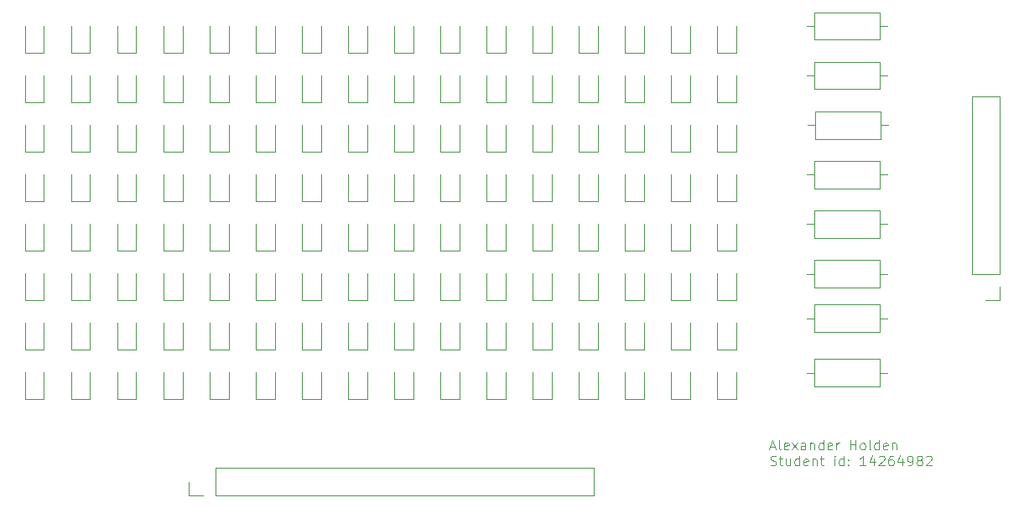
<source format=gbr>
%TF.GenerationSoftware,KiCad,Pcbnew,9.0.7-9.0.7~ubuntu24.04.1*%
%TF.CreationDate,2026-02-22T02:31:22+00:00*%
%TF.ProjectId,led-matrix,6c65642d-6d61-4747-9269-782e6b696361,rev?*%
%TF.SameCoordinates,Original*%
%TF.FileFunction,Legend,Top*%
%TF.FilePolarity,Positive*%
%FSLAX46Y46*%
G04 Gerber Fmt 4.6, Leading zero omitted, Abs format (unit mm)*
G04 Created by KiCad (PCBNEW 9.0.7-9.0.7~ubuntu24.04.1) date 2026-02-22 02:31:22*
%MOMM*%
%LPD*%
G01*
G04 APERTURE LIST*
%ADD10C,0.100000*%
%ADD11C,0.120000*%
G04 APERTURE END LIST*
D10*
X147756265Y-77476760D02*
X148232455Y-77476760D01*
X147661027Y-77762475D02*
X147994360Y-76762475D01*
X147994360Y-76762475D02*
X148327693Y-77762475D01*
X148803884Y-77762475D02*
X148708646Y-77714856D01*
X148708646Y-77714856D02*
X148661027Y-77619617D01*
X148661027Y-77619617D02*
X148661027Y-76762475D01*
X149565789Y-77714856D02*
X149470551Y-77762475D01*
X149470551Y-77762475D02*
X149280075Y-77762475D01*
X149280075Y-77762475D02*
X149184837Y-77714856D01*
X149184837Y-77714856D02*
X149137218Y-77619617D01*
X149137218Y-77619617D02*
X149137218Y-77238665D01*
X149137218Y-77238665D02*
X149184837Y-77143427D01*
X149184837Y-77143427D02*
X149280075Y-77095808D01*
X149280075Y-77095808D02*
X149470551Y-77095808D01*
X149470551Y-77095808D02*
X149565789Y-77143427D01*
X149565789Y-77143427D02*
X149613408Y-77238665D01*
X149613408Y-77238665D02*
X149613408Y-77333903D01*
X149613408Y-77333903D02*
X149137218Y-77429141D01*
X149946742Y-77762475D02*
X150470551Y-77095808D01*
X149946742Y-77095808D02*
X150470551Y-77762475D01*
X151280075Y-77762475D02*
X151280075Y-77238665D01*
X151280075Y-77238665D02*
X151232456Y-77143427D01*
X151232456Y-77143427D02*
X151137218Y-77095808D01*
X151137218Y-77095808D02*
X150946742Y-77095808D01*
X150946742Y-77095808D02*
X150851504Y-77143427D01*
X151280075Y-77714856D02*
X151184837Y-77762475D01*
X151184837Y-77762475D02*
X150946742Y-77762475D01*
X150946742Y-77762475D02*
X150851504Y-77714856D01*
X150851504Y-77714856D02*
X150803885Y-77619617D01*
X150803885Y-77619617D02*
X150803885Y-77524379D01*
X150803885Y-77524379D02*
X150851504Y-77429141D01*
X150851504Y-77429141D02*
X150946742Y-77381522D01*
X150946742Y-77381522D02*
X151184837Y-77381522D01*
X151184837Y-77381522D02*
X151280075Y-77333903D01*
X151756266Y-77095808D02*
X151756266Y-77762475D01*
X151756266Y-77191046D02*
X151803885Y-77143427D01*
X151803885Y-77143427D02*
X151899123Y-77095808D01*
X151899123Y-77095808D02*
X152041980Y-77095808D01*
X152041980Y-77095808D02*
X152137218Y-77143427D01*
X152137218Y-77143427D02*
X152184837Y-77238665D01*
X152184837Y-77238665D02*
X152184837Y-77762475D01*
X153089599Y-77762475D02*
X153089599Y-76762475D01*
X153089599Y-77714856D02*
X152994361Y-77762475D01*
X152994361Y-77762475D02*
X152803885Y-77762475D01*
X152803885Y-77762475D02*
X152708647Y-77714856D01*
X152708647Y-77714856D02*
X152661028Y-77667236D01*
X152661028Y-77667236D02*
X152613409Y-77571998D01*
X152613409Y-77571998D02*
X152613409Y-77286284D01*
X152613409Y-77286284D02*
X152661028Y-77191046D01*
X152661028Y-77191046D02*
X152708647Y-77143427D01*
X152708647Y-77143427D02*
X152803885Y-77095808D01*
X152803885Y-77095808D02*
X152994361Y-77095808D01*
X152994361Y-77095808D02*
X153089599Y-77143427D01*
X153946742Y-77714856D02*
X153851504Y-77762475D01*
X153851504Y-77762475D02*
X153661028Y-77762475D01*
X153661028Y-77762475D02*
X153565790Y-77714856D01*
X153565790Y-77714856D02*
X153518171Y-77619617D01*
X153518171Y-77619617D02*
X153518171Y-77238665D01*
X153518171Y-77238665D02*
X153565790Y-77143427D01*
X153565790Y-77143427D02*
X153661028Y-77095808D01*
X153661028Y-77095808D02*
X153851504Y-77095808D01*
X153851504Y-77095808D02*
X153946742Y-77143427D01*
X153946742Y-77143427D02*
X153994361Y-77238665D01*
X153994361Y-77238665D02*
X153994361Y-77333903D01*
X153994361Y-77333903D02*
X153518171Y-77429141D01*
X154422933Y-77762475D02*
X154422933Y-77095808D01*
X154422933Y-77286284D02*
X154470552Y-77191046D01*
X154470552Y-77191046D02*
X154518171Y-77143427D01*
X154518171Y-77143427D02*
X154613409Y-77095808D01*
X154613409Y-77095808D02*
X154708647Y-77095808D01*
X155803886Y-77762475D02*
X155803886Y-76762475D01*
X155803886Y-77238665D02*
X156375314Y-77238665D01*
X156375314Y-77762475D02*
X156375314Y-76762475D01*
X156994362Y-77762475D02*
X156899124Y-77714856D01*
X156899124Y-77714856D02*
X156851505Y-77667236D01*
X156851505Y-77667236D02*
X156803886Y-77571998D01*
X156803886Y-77571998D02*
X156803886Y-77286284D01*
X156803886Y-77286284D02*
X156851505Y-77191046D01*
X156851505Y-77191046D02*
X156899124Y-77143427D01*
X156899124Y-77143427D02*
X156994362Y-77095808D01*
X156994362Y-77095808D02*
X157137219Y-77095808D01*
X157137219Y-77095808D02*
X157232457Y-77143427D01*
X157232457Y-77143427D02*
X157280076Y-77191046D01*
X157280076Y-77191046D02*
X157327695Y-77286284D01*
X157327695Y-77286284D02*
X157327695Y-77571998D01*
X157327695Y-77571998D02*
X157280076Y-77667236D01*
X157280076Y-77667236D02*
X157232457Y-77714856D01*
X157232457Y-77714856D02*
X157137219Y-77762475D01*
X157137219Y-77762475D02*
X156994362Y-77762475D01*
X157899124Y-77762475D02*
X157803886Y-77714856D01*
X157803886Y-77714856D02*
X157756267Y-77619617D01*
X157756267Y-77619617D02*
X157756267Y-76762475D01*
X158708648Y-77762475D02*
X158708648Y-76762475D01*
X158708648Y-77714856D02*
X158613410Y-77762475D01*
X158613410Y-77762475D02*
X158422934Y-77762475D01*
X158422934Y-77762475D02*
X158327696Y-77714856D01*
X158327696Y-77714856D02*
X158280077Y-77667236D01*
X158280077Y-77667236D02*
X158232458Y-77571998D01*
X158232458Y-77571998D02*
X158232458Y-77286284D01*
X158232458Y-77286284D02*
X158280077Y-77191046D01*
X158280077Y-77191046D02*
X158327696Y-77143427D01*
X158327696Y-77143427D02*
X158422934Y-77095808D01*
X158422934Y-77095808D02*
X158613410Y-77095808D01*
X158613410Y-77095808D02*
X158708648Y-77143427D01*
X159565791Y-77714856D02*
X159470553Y-77762475D01*
X159470553Y-77762475D02*
X159280077Y-77762475D01*
X159280077Y-77762475D02*
X159184839Y-77714856D01*
X159184839Y-77714856D02*
X159137220Y-77619617D01*
X159137220Y-77619617D02*
X159137220Y-77238665D01*
X159137220Y-77238665D02*
X159184839Y-77143427D01*
X159184839Y-77143427D02*
X159280077Y-77095808D01*
X159280077Y-77095808D02*
X159470553Y-77095808D01*
X159470553Y-77095808D02*
X159565791Y-77143427D01*
X159565791Y-77143427D02*
X159613410Y-77238665D01*
X159613410Y-77238665D02*
X159613410Y-77333903D01*
X159613410Y-77333903D02*
X159137220Y-77429141D01*
X160041982Y-77095808D02*
X160041982Y-77762475D01*
X160041982Y-77191046D02*
X160089601Y-77143427D01*
X160089601Y-77143427D02*
X160184839Y-77095808D01*
X160184839Y-77095808D02*
X160327696Y-77095808D01*
X160327696Y-77095808D02*
X160422934Y-77143427D01*
X160422934Y-77143427D02*
X160470553Y-77238665D01*
X160470553Y-77238665D02*
X160470553Y-77762475D01*
X147756265Y-79324800D02*
X147899122Y-79372419D01*
X147899122Y-79372419D02*
X148137217Y-79372419D01*
X148137217Y-79372419D02*
X148232455Y-79324800D01*
X148232455Y-79324800D02*
X148280074Y-79277180D01*
X148280074Y-79277180D02*
X148327693Y-79181942D01*
X148327693Y-79181942D02*
X148327693Y-79086704D01*
X148327693Y-79086704D02*
X148280074Y-78991466D01*
X148280074Y-78991466D02*
X148232455Y-78943847D01*
X148232455Y-78943847D02*
X148137217Y-78896228D01*
X148137217Y-78896228D02*
X147946741Y-78848609D01*
X147946741Y-78848609D02*
X147851503Y-78800990D01*
X147851503Y-78800990D02*
X147803884Y-78753371D01*
X147803884Y-78753371D02*
X147756265Y-78658133D01*
X147756265Y-78658133D02*
X147756265Y-78562895D01*
X147756265Y-78562895D02*
X147803884Y-78467657D01*
X147803884Y-78467657D02*
X147851503Y-78420038D01*
X147851503Y-78420038D02*
X147946741Y-78372419D01*
X147946741Y-78372419D02*
X148184836Y-78372419D01*
X148184836Y-78372419D02*
X148327693Y-78420038D01*
X148613408Y-78705752D02*
X148994360Y-78705752D01*
X148756265Y-78372419D02*
X148756265Y-79229561D01*
X148756265Y-79229561D02*
X148803884Y-79324800D01*
X148803884Y-79324800D02*
X148899122Y-79372419D01*
X148899122Y-79372419D02*
X148994360Y-79372419D01*
X149756265Y-78705752D02*
X149756265Y-79372419D01*
X149327694Y-78705752D02*
X149327694Y-79229561D01*
X149327694Y-79229561D02*
X149375313Y-79324800D01*
X149375313Y-79324800D02*
X149470551Y-79372419D01*
X149470551Y-79372419D02*
X149613408Y-79372419D01*
X149613408Y-79372419D02*
X149708646Y-79324800D01*
X149708646Y-79324800D02*
X149756265Y-79277180D01*
X150661027Y-79372419D02*
X150661027Y-78372419D01*
X150661027Y-79324800D02*
X150565789Y-79372419D01*
X150565789Y-79372419D02*
X150375313Y-79372419D01*
X150375313Y-79372419D02*
X150280075Y-79324800D01*
X150280075Y-79324800D02*
X150232456Y-79277180D01*
X150232456Y-79277180D02*
X150184837Y-79181942D01*
X150184837Y-79181942D02*
X150184837Y-78896228D01*
X150184837Y-78896228D02*
X150232456Y-78800990D01*
X150232456Y-78800990D02*
X150280075Y-78753371D01*
X150280075Y-78753371D02*
X150375313Y-78705752D01*
X150375313Y-78705752D02*
X150565789Y-78705752D01*
X150565789Y-78705752D02*
X150661027Y-78753371D01*
X151518170Y-79324800D02*
X151422932Y-79372419D01*
X151422932Y-79372419D02*
X151232456Y-79372419D01*
X151232456Y-79372419D02*
X151137218Y-79324800D01*
X151137218Y-79324800D02*
X151089599Y-79229561D01*
X151089599Y-79229561D02*
X151089599Y-78848609D01*
X151089599Y-78848609D02*
X151137218Y-78753371D01*
X151137218Y-78753371D02*
X151232456Y-78705752D01*
X151232456Y-78705752D02*
X151422932Y-78705752D01*
X151422932Y-78705752D02*
X151518170Y-78753371D01*
X151518170Y-78753371D02*
X151565789Y-78848609D01*
X151565789Y-78848609D02*
X151565789Y-78943847D01*
X151565789Y-78943847D02*
X151089599Y-79039085D01*
X151994361Y-78705752D02*
X151994361Y-79372419D01*
X151994361Y-78800990D02*
X152041980Y-78753371D01*
X152041980Y-78753371D02*
X152137218Y-78705752D01*
X152137218Y-78705752D02*
X152280075Y-78705752D01*
X152280075Y-78705752D02*
X152375313Y-78753371D01*
X152375313Y-78753371D02*
X152422932Y-78848609D01*
X152422932Y-78848609D02*
X152422932Y-79372419D01*
X152756266Y-78705752D02*
X153137218Y-78705752D01*
X152899123Y-78372419D02*
X152899123Y-79229561D01*
X152899123Y-79229561D02*
X152946742Y-79324800D01*
X152946742Y-79324800D02*
X153041980Y-79372419D01*
X153041980Y-79372419D02*
X153137218Y-79372419D01*
X154232457Y-79372419D02*
X154232457Y-78705752D01*
X154232457Y-78372419D02*
X154184838Y-78420038D01*
X154184838Y-78420038D02*
X154232457Y-78467657D01*
X154232457Y-78467657D02*
X154280076Y-78420038D01*
X154280076Y-78420038D02*
X154232457Y-78372419D01*
X154232457Y-78372419D02*
X154232457Y-78467657D01*
X155137218Y-79372419D02*
X155137218Y-78372419D01*
X155137218Y-79324800D02*
X155041980Y-79372419D01*
X155041980Y-79372419D02*
X154851504Y-79372419D01*
X154851504Y-79372419D02*
X154756266Y-79324800D01*
X154756266Y-79324800D02*
X154708647Y-79277180D01*
X154708647Y-79277180D02*
X154661028Y-79181942D01*
X154661028Y-79181942D02*
X154661028Y-78896228D01*
X154661028Y-78896228D02*
X154708647Y-78800990D01*
X154708647Y-78800990D02*
X154756266Y-78753371D01*
X154756266Y-78753371D02*
X154851504Y-78705752D01*
X154851504Y-78705752D02*
X155041980Y-78705752D01*
X155041980Y-78705752D02*
X155137218Y-78753371D01*
X155613409Y-79277180D02*
X155661028Y-79324800D01*
X155661028Y-79324800D02*
X155613409Y-79372419D01*
X155613409Y-79372419D02*
X155565790Y-79324800D01*
X155565790Y-79324800D02*
X155613409Y-79277180D01*
X155613409Y-79277180D02*
X155613409Y-79372419D01*
X155613409Y-78753371D02*
X155661028Y-78800990D01*
X155661028Y-78800990D02*
X155613409Y-78848609D01*
X155613409Y-78848609D02*
X155565790Y-78800990D01*
X155565790Y-78800990D02*
X155613409Y-78753371D01*
X155613409Y-78753371D02*
X155613409Y-78848609D01*
X157375313Y-79372419D02*
X156803885Y-79372419D01*
X157089599Y-79372419D02*
X157089599Y-78372419D01*
X157089599Y-78372419D02*
X156994361Y-78515276D01*
X156994361Y-78515276D02*
X156899123Y-78610514D01*
X156899123Y-78610514D02*
X156803885Y-78658133D01*
X158232456Y-78705752D02*
X158232456Y-79372419D01*
X157994361Y-78324800D02*
X157756266Y-79039085D01*
X157756266Y-79039085D02*
X158375313Y-79039085D01*
X158708647Y-78467657D02*
X158756266Y-78420038D01*
X158756266Y-78420038D02*
X158851504Y-78372419D01*
X158851504Y-78372419D02*
X159089599Y-78372419D01*
X159089599Y-78372419D02*
X159184837Y-78420038D01*
X159184837Y-78420038D02*
X159232456Y-78467657D01*
X159232456Y-78467657D02*
X159280075Y-78562895D01*
X159280075Y-78562895D02*
X159280075Y-78658133D01*
X159280075Y-78658133D02*
X159232456Y-78800990D01*
X159232456Y-78800990D02*
X158661028Y-79372419D01*
X158661028Y-79372419D02*
X159280075Y-79372419D01*
X160137218Y-78372419D02*
X159946742Y-78372419D01*
X159946742Y-78372419D02*
X159851504Y-78420038D01*
X159851504Y-78420038D02*
X159803885Y-78467657D01*
X159803885Y-78467657D02*
X159708647Y-78610514D01*
X159708647Y-78610514D02*
X159661028Y-78800990D01*
X159661028Y-78800990D02*
X159661028Y-79181942D01*
X159661028Y-79181942D02*
X159708647Y-79277180D01*
X159708647Y-79277180D02*
X159756266Y-79324800D01*
X159756266Y-79324800D02*
X159851504Y-79372419D01*
X159851504Y-79372419D02*
X160041980Y-79372419D01*
X160041980Y-79372419D02*
X160137218Y-79324800D01*
X160137218Y-79324800D02*
X160184837Y-79277180D01*
X160184837Y-79277180D02*
X160232456Y-79181942D01*
X160232456Y-79181942D02*
X160232456Y-78943847D01*
X160232456Y-78943847D02*
X160184837Y-78848609D01*
X160184837Y-78848609D02*
X160137218Y-78800990D01*
X160137218Y-78800990D02*
X160041980Y-78753371D01*
X160041980Y-78753371D02*
X159851504Y-78753371D01*
X159851504Y-78753371D02*
X159756266Y-78800990D01*
X159756266Y-78800990D02*
X159708647Y-78848609D01*
X159708647Y-78848609D02*
X159661028Y-78943847D01*
X161089599Y-78705752D02*
X161089599Y-79372419D01*
X160851504Y-78324800D02*
X160613409Y-79039085D01*
X160613409Y-79039085D02*
X161232456Y-79039085D01*
X161661028Y-79372419D02*
X161851504Y-79372419D01*
X161851504Y-79372419D02*
X161946742Y-79324800D01*
X161946742Y-79324800D02*
X161994361Y-79277180D01*
X161994361Y-79277180D02*
X162089599Y-79134323D01*
X162089599Y-79134323D02*
X162137218Y-78943847D01*
X162137218Y-78943847D02*
X162137218Y-78562895D01*
X162137218Y-78562895D02*
X162089599Y-78467657D01*
X162089599Y-78467657D02*
X162041980Y-78420038D01*
X162041980Y-78420038D02*
X161946742Y-78372419D01*
X161946742Y-78372419D02*
X161756266Y-78372419D01*
X161756266Y-78372419D02*
X161661028Y-78420038D01*
X161661028Y-78420038D02*
X161613409Y-78467657D01*
X161613409Y-78467657D02*
X161565790Y-78562895D01*
X161565790Y-78562895D02*
X161565790Y-78800990D01*
X161565790Y-78800990D02*
X161613409Y-78896228D01*
X161613409Y-78896228D02*
X161661028Y-78943847D01*
X161661028Y-78943847D02*
X161756266Y-78991466D01*
X161756266Y-78991466D02*
X161946742Y-78991466D01*
X161946742Y-78991466D02*
X162041980Y-78943847D01*
X162041980Y-78943847D02*
X162089599Y-78896228D01*
X162089599Y-78896228D02*
X162137218Y-78800990D01*
X162708647Y-78800990D02*
X162613409Y-78753371D01*
X162613409Y-78753371D02*
X162565790Y-78705752D01*
X162565790Y-78705752D02*
X162518171Y-78610514D01*
X162518171Y-78610514D02*
X162518171Y-78562895D01*
X162518171Y-78562895D02*
X162565790Y-78467657D01*
X162565790Y-78467657D02*
X162613409Y-78420038D01*
X162613409Y-78420038D02*
X162708647Y-78372419D01*
X162708647Y-78372419D02*
X162899123Y-78372419D01*
X162899123Y-78372419D02*
X162994361Y-78420038D01*
X162994361Y-78420038D02*
X163041980Y-78467657D01*
X163041980Y-78467657D02*
X163089599Y-78562895D01*
X163089599Y-78562895D02*
X163089599Y-78610514D01*
X163089599Y-78610514D02*
X163041980Y-78705752D01*
X163041980Y-78705752D02*
X162994361Y-78753371D01*
X162994361Y-78753371D02*
X162899123Y-78800990D01*
X162899123Y-78800990D02*
X162708647Y-78800990D01*
X162708647Y-78800990D02*
X162613409Y-78848609D01*
X162613409Y-78848609D02*
X162565790Y-78896228D01*
X162565790Y-78896228D02*
X162518171Y-78991466D01*
X162518171Y-78991466D02*
X162518171Y-79181942D01*
X162518171Y-79181942D02*
X162565790Y-79277180D01*
X162565790Y-79277180D02*
X162613409Y-79324800D01*
X162613409Y-79324800D02*
X162708647Y-79372419D01*
X162708647Y-79372419D02*
X162899123Y-79372419D01*
X162899123Y-79372419D02*
X162994361Y-79324800D01*
X162994361Y-79324800D02*
X163041980Y-79277180D01*
X163041980Y-79277180D02*
X163089599Y-79181942D01*
X163089599Y-79181942D02*
X163089599Y-78991466D01*
X163089599Y-78991466D02*
X163041980Y-78896228D01*
X163041980Y-78896228D02*
X162994361Y-78848609D01*
X162994361Y-78848609D02*
X162899123Y-78800990D01*
X163470552Y-78467657D02*
X163518171Y-78420038D01*
X163518171Y-78420038D02*
X163613409Y-78372419D01*
X163613409Y-78372419D02*
X163851504Y-78372419D01*
X163851504Y-78372419D02*
X163946742Y-78420038D01*
X163946742Y-78420038D02*
X163994361Y-78467657D01*
X163994361Y-78467657D02*
X164041980Y-78562895D01*
X164041980Y-78562895D02*
X164041980Y-78658133D01*
X164041980Y-78658133D02*
X163994361Y-78800990D01*
X163994361Y-78800990D02*
X163422933Y-79372419D01*
X163422933Y-79372419D02*
X164041980Y-79372419D01*
D11*
%TO.C,R8*%
X151460000Y-35000000D02*
X152230000Y-35000000D01*
X159540000Y-35000000D02*
X158770000Y-35000000D01*
X152230000Y-33630000D02*
X158770000Y-33630000D01*
X158770000Y-36370000D01*
X152230000Y-36370000D01*
X152230000Y-33630000D01*
%TO.C,R7*%
X152230000Y-38630000D02*
X158770000Y-38630000D01*
X158770000Y-41370000D01*
X152230000Y-41370000D01*
X152230000Y-38630000D01*
X159540000Y-40000000D02*
X158770000Y-40000000D01*
X151460000Y-40000000D02*
X152230000Y-40000000D01*
%TO.C,U1*%
X168120000Y-60010000D02*
X168120000Y-42120000D01*
X170880000Y-42120000D02*
X168120000Y-42120000D01*
X170880000Y-60010000D02*
X168120000Y-60010000D01*
X170880000Y-60010000D02*
X170880000Y-42120000D01*
X170880000Y-61280000D02*
X170880000Y-62660000D01*
X170880000Y-62660000D02*
X169500000Y-62660000D01*
%TO.C,R2*%
X152230000Y-63130000D02*
X158770000Y-63130000D01*
X158770000Y-65870000D01*
X152230000Y-65870000D01*
X152230000Y-63130000D01*
X159540000Y-64500000D02*
X158770000Y-64500000D01*
X151460000Y-64500000D02*
X152230000Y-64500000D01*
%TO.C,R1*%
X152230000Y-68630000D02*
X158770000Y-68630000D01*
X158770000Y-71370000D01*
X152230000Y-71370000D01*
X152230000Y-68630000D01*
X159540000Y-70000000D02*
X158770000Y-70000000D01*
X151460000Y-70000000D02*
X152230000Y-70000000D01*
%TO.C,R3*%
X152230000Y-58630000D02*
X158770000Y-58630000D01*
X158770000Y-61370000D01*
X152230000Y-61370000D01*
X152230000Y-58630000D01*
X159540000Y-60000000D02*
X158770000Y-60000000D01*
X151460000Y-60000000D02*
X152230000Y-60000000D01*
%TO.C,R4*%
X152230000Y-53630000D02*
X158770000Y-53630000D01*
X158770000Y-56370000D01*
X152230000Y-56370000D01*
X152230000Y-53630000D01*
X159540000Y-55000000D02*
X158770000Y-55000000D01*
X151460000Y-55000000D02*
X152230000Y-55000000D01*
%TO.C,R5*%
X152230000Y-48630000D02*
X158770000Y-48630000D01*
X158770000Y-51370000D01*
X152230000Y-51370000D01*
X152230000Y-48630000D01*
X159540000Y-50000000D02*
X158770000Y-50000000D01*
X151460000Y-50000000D02*
X152230000Y-50000000D01*
%TO.C,R6*%
X152310000Y-43630000D02*
X158850000Y-43630000D01*
X158850000Y-46370000D01*
X152310000Y-46370000D01*
X152310000Y-43630000D01*
X159620000Y-45000000D02*
X158850000Y-45000000D01*
X151540000Y-45000000D02*
X152310000Y-45000000D01*
%TO.C,D10*%
X114421250Y-34962500D02*
X114421250Y-37647500D01*
X114421250Y-37647500D02*
X116341250Y-37647500D01*
X116341250Y-37647500D02*
X116341250Y-34962500D01*
%TO.C,D55*%
X100448750Y-49953500D02*
X100448750Y-52638500D01*
X100448750Y-52638500D02*
X102368750Y-52638500D01*
X102368750Y-52638500D02*
X102368750Y-49953500D01*
%TO.C,D94*%
X133051250Y-59947500D02*
X133051250Y-62632500D01*
X133051250Y-62632500D02*
X134971250Y-62632500D01*
X134971250Y-62632500D02*
X134971250Y-59947500D01*
%TO.C,D77*%
X128393750Y-54950500D02*
X128393750Y-57635500D01*
X128393750Y-57635500D02*
X130313750Y-57635500D01*
X130313750Y-57635500D02*
X130313750Y-54950500D01*
%TO.C,D18*%
X77161250Y-39959500D02*
X77161250Y-42644500D01*
X77161250Y-42644500D02*
X79081250Y-42644500D01*
X79081250Y-42644500D02*
X79081250Y-39959500D01*
%TO.C,D69*%
X91133750Y-54950500D02*
X91133750Y-57635500D01*
X91133750Y-57635500D02*
X93053750Y-57635500D01*
X93053750Y-57635500D02*
X93053750Y-54950500D01*
%TO.C,D16*%
X142366250Y-34962500D02*
X142366250Y-37647500D01*
X142366250Y-37647500D02*
X144286250Y-37647500D01*
X144286250Y-37647500D02*
X144286250Y-34962500D01*
%TO.C,D45*%
X128393750Y-44956500D02*
X128393750Y-47641500D01*
X128393750Y-47641500D02*
X130313750Y-47641500D01*
X130313750Y-47641500D02*
X130313750Y-44956500D01*
%TO.C,D11*%
X119078750Y-34962500D02*
X119078750Y-37647500D01*
X119078750Y-37647500D02*
X120998750Y-37647500D01*
X120998750Y-37647500D02*
X120998750Y-34962500D01*
%TO.C,D118*%
X95791250Y-69941500D02*
X95791250Y-72626500D01*
X95791250Y-72626500D02*
X97711250Y-72626500D01*
X97711250Y-72626500D02*
X97711250Y-69941500D01*
%TO.C,D28*%
X123736250Y-39959500D02*
X123736250Y-42644500D01*
X123736250Y-42644500D02*
X125656250Y-42644500D01*
X125656250Y-42644500D02*
X125656250Y-39959500D01*
%TO.C,D125*%
X128393750Y-69941500D02*
X128393750Y-72626500D01*
X128393750Y-72626500D02*
X130313750Y-72626500D01*
X130313750Y-72626500D02*
X130313750Y-69941500D01*
%TO.C,D6*%
X95791250Y-34962500D02*
X95791250Y-37647500D01*
X95791250Y-37647500D02*
X97711250Y-37647500D01*
X97711250Y-37647500D02*
X97711250Y-34962500D01*
%TO.C,D114*%
X77161250Y-69941500D02*
X77161250Y-72626500D01*
X77161250Y-72626500D02*
X79081250Y-72626500D01*
X79081250Y-72626500D02*
X79081250Y-69941500D01*
%TO.C,D90*%
X114421250Y-59947500D02*
X114421250Y-62632500D01*
X114421250Y-62632500D02*
X116341250Y-62632500D01*
X116341250Y-62632500D02*
X116341250Y-59947500D01*
%TO.C,D109*%
X128393750Y-64944500D02*
X128393750Y-67629500D01*
X128393750Y-67629500D02*
X130313750Y-67629500D01*
X130313750Y-67629500D02*
X130313750Y-64944500D01*
%TO.C,D71*%
X100448750Y-54950500D02*
X100448750Y-57635500D01*
X100448750Y-57635500D02*
X102368750Y-57635500D01*
X102368750Y-57635500D02*
X102368750Y-54950500D01*
%TO.C,D12*%
X123736250Y-34962500D02*
X123736250Y-37647500D01*
X123736250Y-37647500D02*
X125656250Y-37647500D01*
X125656250Y-37647500D02*
X125656250Y-34962500D01*
%TO.C,D27*%
X119078750Y-39959500D02*
X119078750Y-42644500D01*
X119078750Y-42644500D02*
X120998750Y-42644500D01*
X120998750Y-42644500D02*
X120998750Y-39959500D01*
%TO.C,D121*%
X109763750Y-69941500D02*
X109763750Y-72626500D01*
X109763750Y-72626500D02*
X111683750Y-72626500D01*
X111683750Y-72626500D02*
X111683750Y-69941500D01*
%TO.C,D22*%
X95791250Y-39959500D02*
X95791250Y-42644500D01*
X95791250Y-42644500D02*
X97711250Y-42644500D01*
X97711250Y-42644500D02*
X97711250Y-39959500D01*
%TO.C,D52*%
X86476250Y-49953500D02*
X86476250Y-52638500D01*
X86476250Y-52638500D02*
X88396250Y-52638500D01*
X88396250Y-52638500D02*
X88396250Y-49953500D01*
%TO.C,D4*%
X86476250Y-34962500D02*
X86476250Y-37647500D01*
X86476250Y-37647500D02*
X88396250Y-37647500D01*
X88396250Y-37647500D02*
X88396250Y-34962500D01*
%TO.C,D17*%
X72503750Y-39959500D02*
X72503750Y-42644500D01*
X72503750Y-42644500D02*
X74423750Y-42644500D01*
X74423750Y-42644500D02*
X74423750Y-39959500D01*
%TO.C,D124*%
X123736250Y-69941500D02*
X123736250Y-72626500D01*
X123736250Y-72626500D02*
X125656250Y-72626500D01*
X125656250Y-72626500D02*
X125656250Y-69941500D01*
%TO.C,D74*%
X114421250Y-54950500D02*
X114421250Y-57635500D01*
X114421250Y-57635500D02*
X116341250Y-57635500D01*
X116341250Y-57635500D02*
X116341250Y-54950500D01*
%TO.C,D24*%
X105106250Y-39959500D02*
X105106250Y-42644500D01*
X105106250Y-42644500D02*
X107026250Y-42644500D01*
X107026250Y-42644500D02*
X107026250Y-39959500D01*
%TO.C,D113*%
X72503750Y-69941500D02*
X72503750Y-72626500D01*
X72503750Y-72626500D02*
X74423750Y-72626500D01*
X74423750Y-72626500D02*
X74423750Y-69941500D01*
%TO.C,D106*%
X114421250Y-64944500D02*
X114421250Y-67629500D01*
X114421250Y-67629500D02*
X116341250Y-67629500D01*
X116341250Y-67629500D02*
X116341250Y-64944500D01*
%TO.C,D107*%
X119078750Y-64944500D02*
X119078750Y-67629500D01*
X119078750Y-67629500D02*
X120998750Y-67629500D01*
X120998750Y-67629500D02*
X120998750Y-64944500D01*
%TO.C,D86*%
X95791250Y-59947500D02*
X95791250Y-62632500D01*
X95791250Y-62632500D02*
X97711250Y-62632500D01*
X97711250Y-62632500D02*
X97711250Y-59947500D01*
%TO.C,D57*%
X109763750Y-49953500D02*
X109763750Y-52638500D01*
X109763750Y-52638500D02*
X111683750Y-52638500D01*
X111683750Y-52638500D02*
X111683750Y-49953500D01*
%TO.C,D20*%
X86476250Y-39959500D02*
X86476250Y-42644500D01*
X86476250Y-42644500D02*
X88396250Y-42644500D01*
X88396250Y-42644500D02*
X88396250Y-39959500D01*
%TO.C,D122*%
X114421250Y-69941500D02*
X114421250Y-72626500D01*
X114421250Y-72626500D02*
X116341250Y-72626500D01*
X116341250Y-72626500D02*
X116341250Y-69941500D01*
%TO.C,D7*%
X100448750Y-34962500D02*
X100448750Y-37647500D01*
X100448750Y-37647500D02*
X102368750Y-37647500D01*
X102368750Y-37647500D02*
X102368750Y-34962500D01*
%TO.C,D89*%
X109763750Y-59947500D02*
X109763750Y-62632500D01*
X109763750Y-62632500D02*
X111683750Y-62632500D01*
X111683750Y-62632500D02*
X111683750Y-59947500D01*
%TO.C,D5*%
X91133750Y-34962500D02*
X91133750Y-37647500D01*
X91133750Y-37647500D02*
X93053750Y-37647500D01*
X93053750Y-37647500D02*
X93053750Y-34962500D01*
%TO.C,D82*%
X77161250Y-59947500D02*
X77161250Y-62632500D01*
X77161250Y-62632500D02*
X79081250Y-62632500D01*
X79081250Y-62632500D02*
X79081250Y-59947500D01*
%TO.C,D44*%
X123736250Y-44956500D02*
X123736250Y-47641500D01*
X123736250Y-47641500D02*
X125656250Y-47641500D01*
X125656250Y-47641500D02*
X125656250Y-44956500D01*
%TO.C,D81*%
X72503750Y-59947500D02*
X72503750Y-62632500D01*
X72503750Y-62632500D02*
X74423750Y-62632500D01*
X74423750Y-62632500D02*
X74423750Y-59947500D01*
%TO.C,D50*%
X77161250Y-49953500D02*
X77161250Y-52638500D01*
X77161250Y-52638500D02*
X79081250Y-52638500D01*
X79081250Y-52638500D02*
X79081250Y-49953500D01*
%TO.C,D128*%
X142366250Y-69941500D02*
X142366250Y-72626500D01*
X142366250Y-72626500D02*
X144286250Y-72626500D01*
X144286250Y-72626500D02*
X144286250Y-69941500D01*
%TO.C,D8*%
X105106250Y-34962500D02*
X105106250Y-37647500D01*
X105106250Y-37647500D02*
X107026250Y-37647500D01*
X107026250Y-37647500D02*
X107026250Y-34962500D01*
%TO.C,D54*%
X95791250Y-49953500D02*
X95791250Y-52638500D01*
X95791250Y-52638500D02*
X97711250Y-52638500D01*
X97711250Y-52638500D02*
X97711250Y-49953500D01*
%TO.C,D119*%
X100448750Y-69941500D02*
X100448750Y-72626500D01*
X100448750Y-72626500D02*
X102368750Y-72626500D01*
X102368750Y-72626500D02*
X102368750Y-69941500D01*
%TO.C,D76*%
X123736250Y-54950500D02*
X123736250Y-57635500D01*
X123736250Y-57635500D02*
X125656250Y-57635500D01*
X125656250Y-57635500D02*
X125656250Y-54950500D01*
%TO.C,D83*%
X81818750Y-59947500D02*
X81818750Y-62632500D01*
X81818750Y-62632500D02*
X83738750Y-62632500D01*
X83738750Y-62632500D02*
X83738750Y-59947500D01*
%TO.C,D95*%
X137708750Y-59947500D02*
X137708750Y-62632500D01*
X137708750Y-62632500D02*
X139628750Y-62632500D01*
X139628750Y-62632500D02*
X139628750Y-59947500D01*
%TO.C,D63*%
X137708750Y-49953500D02*
X137708750Y-52638500D01*
X137708750Y-52638500D02*
X139628750Y-52638500D01*
X139628750Y-52638500D02*
X139628750Y-49953500D01*
%TO.C,D120*%
X105106250Y-69941500D02*
X105106250Y-72626500D01*
X105106250Y-72626500D02*
X107026250Y-72626500D01*
X107026250Y-72626500D02*
X107026250Y-69941500D01*
%TO.C,D61*%
X128393750Y-49953500D02*
X128393750Y-52638500D01*
X128393750Y-52638500D02*
X130313750Y-52638500D01*
X130313750Y-52638500D02*
X130313750Y-49953500D01*
%TO.C,D53*%
X91133750Y-49953500D02*
X91133750Y-52638500D01*
X91133750Y-52638500D02*
X93053750Y-52638500D01*
X93053750Y-52638500D02*
X93053750Y-49953500D01*
%TO.C,D104*%
X105106250Y-64944500D02*
X105106250Y-67629500D01*
X105106250Y-67629500D02*
X107026250Y-67629500D01*
X107026250Y-67629500D02*
X107026250Y-64944500D01*
%TO.C,D66*%
X77161250Y-54950500D02*
X77161250Y-57635500D01*
X77161250Y-57635500D02*
X79081250Y-57635500D01*
X79081250Y-57635500D02*
X79081250Y-54950500D01*
%TO.C,D91*%
X119078750Y-59947500D02*
X119078750Y-62632500D01*
X119078750Y-62632500D02*
X120998750Y-62632500D01*
X120998750Y-62632500D02*
X120998750Y-59947500D01*
%TO.C,D36*%
X86476250Y-44956500D02*
X86476250Y-47641500D01*
X86476250Y-47641500D02*
X88396250Y-47641500D01*
X88396250Y-47641500D02*
X88396250Y-44956500D01*
%TO.C,D123*%
X119078750Y-69941500D02*
X119078750Y-72626500D01*
X119078750Y-72626500D02*
X120998750Y-72626500D01*
X120998750Y-72626500D02*
X120998750Y-69941500D01*
%TO.C,D99*%
X81818750Y-64944500D02*
X81818750Y-67629500D01*
X81818750Y-67629500D02*
X83738750Y-67629500D01*
X83738750Y-67629500D02*
X83738750Y-64944500D01*
%TO.C,D116*%
X86476250Y-69941500D02*
X86476250Y-72626500D01*
X86476250Y-72626500D02*
X88396250Y-72626500D01*
X88396250Y-72626500D02*
X88396250Y-69941500D01*
%TO.C,D30*%
X133051250Y-39959500D02*
X133051250Y-42644500D01*
X133051250Y-42644500D02*
X134971250Y-42644500D01*
X134971250Y-42644500D02*
X134971250Y-39959500D01*
%TO.C,D68*%
X86476250Y-54950500D02*
X86476250Y-57635500D01*
X86476250Y-57635500D02*
X88396250Y-57635500D01*
X88396250Y-57635500D02*
X88396250Y-54950500D01*
%TO.C,D31*%
X137708750Y-39959500D02*
X137708750Y-42644500D01*
X137708750Y-42644500D02*
X139628750Y-42644500D01*
X139628750Y-42644500D02*
X139628750Y-39959500D01*
%TO.C,D105*%
X109763750Y-64944500D02*
X109763750Y-67629500D01*
X109763750Y-67629500D02*
X111683750Y-67629500D01*
X111683750Y-67629500D02*
X111683750Y-64944500D01*
%TO.C,D88*%
X105106250Y-59947500D02*
X105106250Y-62632500D01*
X105106250Y-62632500D02*
X107026250Y-62632500D01*
X107026250Y-62632500D02*
X107026250Y-59947500D01*
%TO.C,D80*%
X142366250Y-54950500D02*
X142366250Y-57635500D01*
X142366250Y-57635500D02*
X144286250Y-57635500D01*
X144286250Y-57635500D02*
X144286250Y-54950500D01*
%TO.C,D47*%
X137708750Y-44956500D02*
X137708750Y-47641500D01*
X137708750Y-47641500D02*
X139628750Y-47641500D01*
X139628750Y-47641500D02*
X139628750Y-44956500D01*
%TO.C,D79*%
X137708750Y-54950500D02*
X137708750Y-57635500D01*
X137708750Y-57635500D02*
X139628750Y-57635500D01*
X139628750Y-57635500D02*
X139628750Y-54950500D01*
%TO.C,D108*%
X123736250Y-64944500D02*
X123736250Y-67629500D01*
X123736250Y-67629500D02*
X125656250Y-67629500D01*
X125656250Y-67629500D02*
X125656250Y-64944500D01*
%TO.C,D58*%
X114421250Y-49953500D02*
X114421250Y-52638500D01*
X114421250Y-52638500D02*
X116341250Y-52638500D01*
X116341250Y-52638500D02*
X116341250Y-49953500D01*
%TO.C,D62*%
X133051250Y-49953500D02*
X133051250Y-52638500D01*
X133051250Y-52638500D02*
X134971250Y-52638500D01*
X134971250Y-52638500D02*
X134971250Y-49953500D01*
%TO.C,D32*%
X142366250Y-39959500D02*
X142366250Y-42644500D01*
X142366250Y-42644500D02*
X144286250Y-42644500D01*
X144286250Y-42644500D02*
X144286250Y-39959500D01*
%TO.C,D102*%
X95791250Y-64944500D02*
X95791250Y-67629500D01*
X95791250Y-67629500D02*
X97711250Y-67629500D01*
X97711250Y-67629500D02*
X97711250Y-64944500D01*
%TO.C,D13*%
X128393750Y-34962500D02*
X128393750Y-37647500D01*
X128393750Y-37647500D02*
X130313750Y-37647500D01*
X130313750Y-37647500D02*
X130313750Y-34962500D01*
%TO.C,D35*%
X81818750Y-44956500D02*
X81818750Y-47641500D01*
X81818750Y-47641500D02*
X83738750Y-47641500D01*
X83738750Y-47641500D02*
X83738750Y-44956500D01*
%TO.C,D49*%
X72503750Y-49953500D02*
X72503750Y-52638500D01*
X72503750Y-52638500D02*
X74423750Y-52638500D01*
X74423750Y-52638500D02*
X74423750Y-49953500D01*
%TO.C,D103*%
X100448750Y-64944500D02*
X100448750Y-67629500D01*
X100448750Y-67629500D02*
X102368750Y-67629500D01*
X102368750Y-67629500D02*
X102368750Y-64944500D01*
%TO.C,D3*%
X81818750Y-34962500D02*
X81818750Y-37647500D01*
X81818750Y-37647500D02*
X83738750Y-37647500D01*
X83738750Y-37647500D02*
X83738750Y-34962500D01*
%TO.C,D37*%
X91133750Y-44956500D02*
X91133750Y-47641500D01*
X91133750Y-47641500D02*
X93053750Y-47641500D01*
X93053750Y-47641500D02*
X93053750Y-44956500D01*
%TO.C,D42*%
X114421250Y-44956500D02*
X114421250Y-47641500D01*
X114421250Y-47641500D02*
X116341250Y-47641500D01*
X116341250Y-47641500D02*
X116341250Y-44956500D01*
%TO.C,D56*%
X105106250Y-49953500D02*
X105106250Y-52638500D01*
X105106250Y-52638500D02*
X107026250Y-52638500D01*
X107026250Y-52638500D02*
X107026250Y-49953500D01*
%TO.C,D26*%
X114421250Y-39959500D02*
X114421250Y-42644500D01*
X114421250Y-42644500D02*
X116341250Y-42644500D01*
X116341250Y-42644500D02*
X116341250Y-39959500D01*
%TO.C,D23*%
X100448750Y-39959500D02*
X100448750Y-42644500D01*
X100448750Y-42644500D02*
X102368750Y-42644500D01*
X102368750Y-42644500D02*
X102368750Y-39959500D01*
%TO.C,D111*%
X137708750Y-64944500D02*
X137708750Y-67629500D01*
X137708750Y-67629500D02*
X139628750Y-67629500D01*
X139628750Y-67629500D02*
X139628750Y-64944500D01*
%TO.C,D51*%
X81818750Y-49953500D02*
X81818750Y-52638500D01*
X81818750Y-52638500D02*
X83738750Y-52638500D01*
X83738750Y-52638500D02*
X83738750Y-49953500D01*
%TO.C,U2*%
X89060000Y-82380000D02*
X89060000Y-81000000D01*
X90440000Y-82380000D02*
X89060000Y-82380000D01*
X91710000Y-79620000D02*
X129920000Y-79620000D01*
X91710000Y-82380000D02*
X91710000Y-79620000D01*
X91710000Y-82380000D02*
X129920000Y-82380000D01*
X129920000Y-82380000D02*
X129920000Y-79620000D01*
%TO.C,D72*%
X105106250Y-54950500D02*
X105106250Y-57635500D01*
X105106250Y-57635500D02*
X107026250Y-57635500D01*
X107026250Y-57635500D02*
X107026250Y-54950500D01*
%TO.C,D25*%
X109763750Y-39959500D02*
X109763750Y-42644500D01*
X109763750Y-42644500D02*
X111683750Y-42644500D01*
X111683750Y-42644500D02*
X111683750Y-39959500D01*
%TO.C,D100*%
X86476250Y-64944500D02*
X86476250Y-67629500D01*
X86476250Y-67629500D02*
X88396250Y-67629500D01*
X88396250Y-67629500D02*
X88396250Y-64944500D01*
%TO.C,D46*%
X133051250Y-44956500D02*
X133051250Y-47641500D01*
X133051250Y-47641500D02*
X134971250Y-47641500D01*
X134971250Y-47641500D02*
X134971250Y-44956500D01*
%TO.C,D127*%
X137708750Y-69941500D02*
X137708750Y-72626500D01*
X137708750Y-72626500D02*
X139628750Y-72626500D01*
X139628750Y-72626500D02*
X139628750Y-69941500D01*
%TO.C,D41*%
X109763750Y-44956500D02*
X109763750Y-47641500D01*
X109763750Y-47641500D02*
X111683750Y-47641500D01*
X111683750Y-47641500D02*
X111683750Y-44956500D01*
%TO.C,D1*%
X72503750Y-34962500D02*
X72503750Y-37647500D01*
X72503750Y-37647500D02*
X74423750Y-37647500D01*
X74423750Y-37647500D02*
X74423750Y-34962500D01*
%TO.C,D60*%
X123736250Y-49953500D02*
X123736250Y-52638500D01*
X123736250Y-52638500D02*
X125656250Y-52638500D01*
X125656250Y-52638500D02*
X125656250Y-49953500D01*
%TO.C,D101*%
X91133750Y-64944500D02*
X91133750Y-67629500D01*
X91133750Y-67629500D02*
X93053750Y-67629500D01*
X93053750Y-67629500D02*
X93053750Y-64944500D01*
%TO.C,D29*%
X128393750Y-39959500D02*
X128393750Y-42644500D01*
X128393750Y-42644500D02*
X130313750Y-42644500D01*
X130313750Y-42644500D02*
X130313750Y-39959500D01*
%TO.C,D43*%
X119078750Y-44956500D02*
X119078750Y-47641500D01*
X119078750Y-47641500D02*
X120998750Y-47641500D01*
X120998750Y-47641500D02*
X120998750Y-44956500D01*
%TO.C,D93*%
X128393750Y-59947500D02*
X128393750Y-62632500D01*
X128393750Y-62632500D02*
X130313750Y-62632500D01*
X130313750Y-62632500D02*
X130313750Y-59947500D01*
%TO.C,D67*%
X81818750Y-54950500D02*
X81818750Y-57635500D01*
X81818750Y-57635500D02*
X83738750Y-57635500D01*
X83738750Y-57635500D02*
X83738750Y-54950500D01*
%TO.C,D73*%
X109763750Y-54950500D02*
X109763750Y-57635500D01*
X109763750Y-57635500D02*
X111683750Y-57635500D01*
X111683750Y-57635500D02*
X111683750Y-54950500D01*
%TO.C,D14*%
X133051250Y-34962500D02*
X133051250Y-37647500D01*
X133051250Y-37647500D02*
X134971250Y-37647500D01*
X134971250Y-37647500D02*
X134971250Y-34962500D01*
%TO.C,D110*%
X133051250Y-64944500D02*
X133051250Y-67629500D01*
X133051250Y-67629500D02*
X134971250Y-67629500D01*
X134971250Y-67629500D02*
X134971250Y-64944500D01*
%TO.C,D96*%
X142366250Y-59947500D02*
X142366250Y-62632500D01*
X142366250Y-62632500D02*
X144286250Y-62632500D01*
X144286250Y-62632500D02*
X144286250Y-59947500D01*
%TO.C,D19*%
X81818750Y-39959500D02*
X81818750Y-42644500D01*
X81818750Y-42644500D02*
X83738750Y-42644500D01*
X83738750Y-42644500D02*
X83738750Y-39959500D01*
%TO.C,D33*%
X72503750Y-44956500D02*
X72503750Y-47641500D01*
X72503750Y-47641500D02*
X74423750Y-47641500D01*
X74423750Y-47641500D02*
X74423750Y-44956500D01*
%TO.C,D9*%
X109763750Y-34962500D02*
X109763750Y-37647500D01*
X109763750Y-37647500D02*
X111683750Y-37647500D01*
X111683750Y-37647500D02*
X111683750Y-34962500D01*
%TO.C,D84*%
X86476250Y-59947500D02*
X86476250Y-62632500D01*
X86476250Y-62632500D02*
X88396250Y-62632500D01*
X88396250Y-62632500D02*
X88396250Y-59947500D01*
%TO.C,D126*%
X133051250Y-69941500D02*
X133051250Y-72626500D01*
X133051250Y-72626500D02*
X134971250Y-72626500D01*
X134971250Y-72626500D02*
X134971250Y-69941500D01*
%TO.C,D78*%
X133051250Y-54950500D02*
X133051250Y-57635500D01*
X133051250Y-57635500D02*
X134971250Y-57635500D01*
X134971250Y-57635500D02*
X134971250Y-54950500D01*
%TO.C,D21*%
X91133750Y-39959500D02*
X91133750Y-42644500D01*
X91133750Y-42644500D02*
X93053750Y-42644500D01*
X93053750Y-42644500D02*
X93053750Y-39959500D01*
%TO.C,D98*%
X77161250Y-64944500D02*
X77161250Y-67629500D01*
X77161250Y-67629500D02*
X79081250Y-67629500D01*
X79081250Y-67629500D02*
X79081250Y-64944500D01*
%TO.C,D59*%
X119078750Y-49953500D02*
X119078750Y-52638500D01*
X119078750Y-52638500D02*
X120998750Y-52638500D01*
X120998750Y-52638500D02*
X120998750Y-49953500D01*
%TO.C,D87*%
X100448750Y-59947500D02*
X100448750Y-62632500D01*
X100448750Y-62632500D02*
X102368750Y-62632500D01*
X102368750Y-62632500D02*
X102368750Y-59947500D01*
%TO.C,D65*%
X72503750Y-54950500D02*
X72503750Y-57635500D01*
X72503750Y-57635500D02*
X74423750Y-57635500D01*
X74423750Y-57635500D02*
X74423750Y-54950500D01*
%TO.C,D115*%
X81818750Y-69941500D02*
X81818750Y-72626500D01*
X81818750Y-72626500D02*
X83738750Y-72626500D01*
X83738750Y-72626500D02*
X83738750Y-69941500D01*
%TO.C,D92*%
X123736250Y-59947500D02*
X123736250Y-62632500D01*
X123736250Y-62632500D02*
X125656250Y-62632500D01*
X125656250Y-62632500D02*
X125656250Y-59947500D01*
%TO.C,D112*%
X142366250Y-64944500D02*
X142366250Y-67629500D01*
X142366250Y-67629500D02*
X144286250Y-67629500D01*
X144286250Y-67629500D02*
X144286250Y-64944500D01*
%TO.C,D64*%
X142366250Y-49953500D02*
X142366250Y-52638500D01*
X142366250Y-52638500D02*
X144286250Y-52638500D01*
X144286250Y-52638500D02*
X144286250Y-49953500D01*
%TO.C,D15*%
X137708750Y-34962500D02*
X137708750Y-37647500D01*
X137708750Y-37647500D02*
X139628750Y-37647500D01*
X139628750Y-37647500D02*
X139628750Y-34962500D01*
%TO.C,D2*%
X77161250Y-34962500D02*
X77161250Y-37647500D01*
X77161250Y-37647500D02*
X79081250Y-37647500D01*
X79081250Y-37647500D02*
X79081250Y-34962500D01*
%TO.C,D40*%
X105106250Y-44956500D02*
X105106250Y-47641500D01*
X105106250Y-47641500D02*
X107026250Y-47641500D01*
X107026250Y-47641500D02*
X107026250Y-44956500D01*
%TO.C,D75*%
X119078750Y-54950500D02*
X119078750Y-57635500D01*
X119078750Y-57635500D02*
X120998750Y-57635500D01*
X120998750Y-57635500D02*
X120998750Y-54950500D01*
%TO.C,D70*%
X95791250Y-54950500D02*
X95791250Y-57635500D01*
X95791250Y-57635500D02*
X97711250Y-57635500D01*
X97711250Y-57635500D02*
X97711250Y-54950500D01*
%TO.C,D48*%
X142366250Y-44956500D02*
X142366250Y-47641500D01*
X142366250Y-47641500D02*
X144286250Y-47641500D01*
X144286250Y-47641500D02*
X144286250Y-44956500D01*
%TO.C,D34*%
X77161250Y-44956500D02*
X77161250Y-47641500D01*
X77161250Y-47641500D02*
X79081250Y-47641500D01*
X79081250Y-47641500D02*
X79081250Y-44956500D01*
%TO.C,D97*%
X72503750Y-64944500D02*
X72503750Y-67629500D01*
X72503750Y-67629500D02*
X74423750Y-67629500D01*
X74423750Y-67629500D02*
X74423750Y-64944500D01*
%TO.C,D85*%
X91133750Y-59947500D02*
X91133750Y-62632500D01*
X91133750Y-62632500D02*
X93053750Y-62632500D01*
X93053750Y-62632500D02*
X93053750Y-59947500D01*
%TO.C,D38*%
X95791250Y-44956500D02*
X95791250Y-47641500D01*
X95791250Y-47641500D02*
X97711250Y-47641500D01*
X97711250Y-47641500D02*
X97711250Y-44956500D01*
%TO.C,D39*%
X100448750Y-44956500D02*
X100448750Y-47641500D01*
X100448750Y-47641500D02*
X102368750Y-47641500D01*
X102368750Y-47641500D02*
X102368750Y-44956500D01*
%TO.C,D117*%
X91133750Y-69941500D02*
X91133750Y-72626500D01*
X91133750Y-72626500D02*
X93053750Y-72626500D01*
X93053750Y-72626500D02*
X93053750Y-69941500D01*
%TD*%
M02*

</source>
